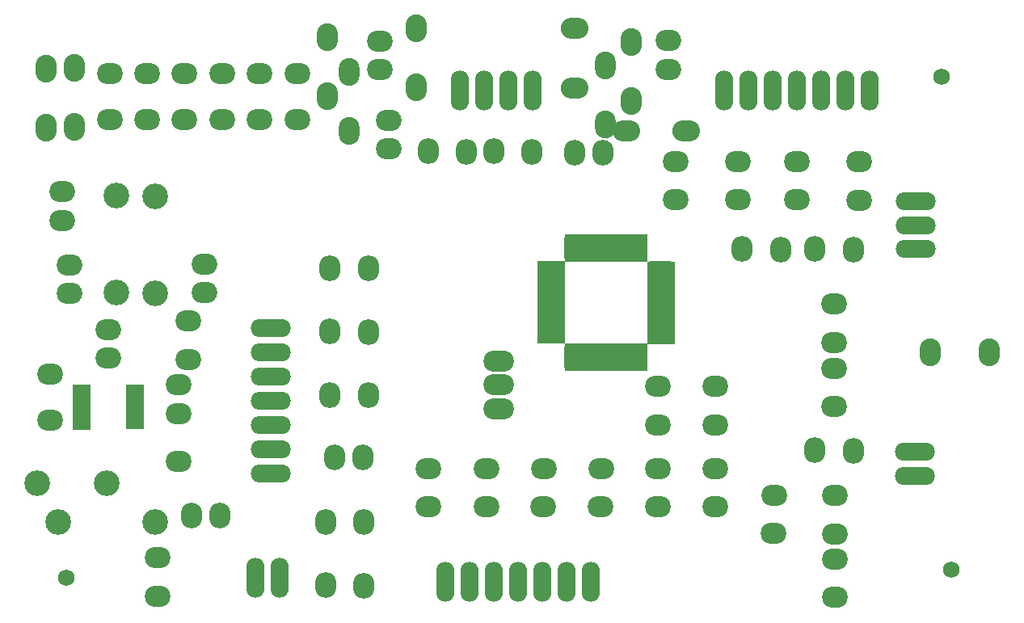
<source format=gbs>
G04 Layer_Color=16711935*
%FSLAX23Y23*%
%MOIN*%
G70*
G01*
G75*
%ADD42R,0.074X0.184*%
%ADD43R,0.074X0.185*%
%ADD44R,0.112X0.344*%
%ADD45R,0.344X0.112*%
%ADD46O,0.024X0.106*%
G04:AMPARAMS|DCode=47|XSize=24mil|YSize=106mil|CornerRadius=0mil|HoleSize=0mil|Usage=FLASHONLY|Rotation=0.000|XOffset=0mil|YOffset=0mil|HoleType=Round|Shape=Octagon|*
%AMOCTAGOND47*
4,1,8,-0.006,0.053,0.006,0.053,0.012,0.047,0.012,-0.047,0.006,-0.053,-0.006,-0.053,-0.012,-0.047,-0.012,0.047,-0.006,0.053,0.0*
%
%ADD47OCTAGOND47*%

%ADD48O,0.106X0.024*%
%ADD49R,0.073X0.034*%
%ADD50O,0.106X0.088*%
%ADD51O,0.106X0.088*%
%ADD52O,0.087X0.106*%
%ADD53O,0.087X0.114*%
%ADD54O,0.114X0.087*%
%ADD55O,0.087X0.114*%
%ADD56C,0.068*%
%ADD57O,0.088X0.106*%
%ADD58O,0.075X0.165*%
%ADD59O,0.165X0.075*%
%ADD60O,0.126X0.088*%
%ADD61C,0.106*%
%ADD62O,0.085X0.114*%
%ADD63O,0.106X0.087*%
%ADD64O,0.114X0.087*%
D42*
X495Y882D02*
D03*
D43*
X274Y882D02*
D03*
D44*
X2664Y1311D02*
D03*
X2211Y1314D02*
D03*
D45*
X2438Y1539D02*
D03*
X2438Y1087D02*
D03*
D46*
X2468Y1538D02*
D03*
X2563Y1089D02*
D03*
X2531D02*
D03*
X2500D02*
D03*
X2468D02*
D03*
X2437D02*
D03*
X2405D02*
D03*
X2374D02*
D03*
X2342D02*
D03*
X2311D02*
D03*
X2279D02*
D03*
Y1538D02*
D03*
X2311D02*
D03*
X2342D02*
D03*
X2374D02*
D03*
X2405D02*
D03*
X2437D02*
D03*
X2500D02*
D03*
X2531D02*
D03*
X2563D02*
D03*
X2594D02*
D03*
D47*
X2594Y1089D02*
D03*
D48*
X2213Y1156D02*
D03*
Y1187D02*
D03*
Y1219D02*
D03*
Y1250D02*
D03*
Y1282D02*
D03*
Y1313D02*
D03*
Y1345D02*
D03*
Y1376D02*
D03*
Y1408D02*
D03*
Y1439D02*
D03*
Y1471D02*
D03*
X2661D02*
D03*
Y1439D02*
D03*
Y1408D02*
D03*
Y1376D02*
D03*
Y1345D02*
D03*
Y1313D02*
D03*
Y1282D02*
D03*
Y1250D02*
D03*
Y1219D02*
D03*
Y1187D02*
D03*
Y1156D02*
D03*
D49*
X494Y807D02*
D03*
Y857D02*
D03*
Y907D02*
D03*
Y957D02*
D03*
X274D02*
D03*
Y907D02*
D03*
Y857D02*
D03*
Y807D02*
D03*
D50*
X674Y853D02*
D03*
D51*
X674Y974D02*
D03*
Y659D02*
D03*
X716Y1236D02*
D03*
X715Y1078D02*
D03*
X3482Y1893D02*
D03*
X3481Y1735D02*
D03*
X1704Y470D02*
D03*
X1705Y628D02*
D03*
X3131Y519D02*
D03*
X3130Y361D02*
D03*
X3226Y1894D02*
D03*
X3225Y1736D02*
D03*
X2982Y1894D02*
D03*
X2981Y1736D02*
D03*
X3381Y359D02*
D03*
X3382Y517D02*
D03*
X2726Y1894D02*
D03*
X2725Y1736D02*
D03*
X3379Y1306D02*
D03*
X3378Y1148D02*
D03*
X3379Y1042D02*
D03*
X3378Y885D02*
D03*
X2889Y470D02*
D03*
X2890Y628D02*
D03*
X2652Y470D02*
D03*
X2653Y628D02*
D03*
X2416Y470D02*
D03*
X2417Y628D02*
D03*
X2180Y470D02*
D03*
X2181Y628D02*
D03*
X1944Y470D02*
D03*
X1945Y628D02*
D03*
X391Y2259D02*
D03*
Y2069D02*
D03*
X546Y2259D02*
D03*
Y2069D02*
D03*
X700Y2259D02*
D03*
Y2069D02*
D03*
X855Y2259D02*
D03*
Y2069D02*
D03*
X1009Y2259D02*
D03*
Y2069D02*
D03*
X1164Y2259D02*
D03*
Y2069D02*
D03*
X3382Y254D02*
D03*
X3381Y96D02*
D03*
X2890Y966D02*
D03*
X2889Y808D02*
D03*
X2653Y966D02*
D03*
X2652Y808D02*
D03*
X144Y1018D02*
D03*
Y828D02*
D03*
X589Y102D02*
D03*
X590Y260D02*
D03*
D52*
X1436Y673D02*
D03*
X1318D02*
D03*
X2307Y1932D02*
D03*
X2426D02*
D03*
X727Y433D02*
D03*
X845D02*
D03*
D53*
X2542Y2389D02*
D03*
Y2145D02*
D03*
X1289Y2163D02*
D03*
Y2407D02*
D03*
X130Y2034D02*
D03*
Y2278D02*
D03*
X244Y2036D02*
D03*
Y2280D02*
D03*
X1656Y2201D02*
D03*
Y2444D02*
D03*
D54*
X2307Y2199D02*
D03*
Y2443D02*
D03*
D55*
X3774Y1107D02*
D03*
X4018D02*
D03*
D56*
X3823Y2244D02*
D03*
X3863Y211D02*
D03*
X212Y179D02*
D03*
D57*
X3158Y1532D02*
D03*
X3000Y1534D02*
D03*
X3457Y1532D02*
D03*
X3299Y1534D02*
D03*
X1299Y931D02*
D03*
X1457Y930D02*
D03*
X1299Y1193D02*
D03*
X1457Y1192D02*
D03*
X1299Y1454D02*
D03*
X1457Y1453D02*
D03*
X1282Y146D02*
D03*
X1440Y145D02*
D03*
X3458Y702D02*
D03*
X3300Y703D02*
D03*
X1282Y408D02*
D03*
X1440Y407D02*
D03*
X1705Y1936D02*
D03*
X1863Y1934D02*
D03*
X1974Y1936D02*
D03*
X2132Y1935D02*
D03*
D58*
X1775Y160D02*
D03*
X1875D02*
D03*
X1975D02*
D03*
X2075D02*
D03*
X2275D02*
D03*
X2375D02*
D03*
X2175D02*
D03*
X2134Y2188D02*
D03*
X2034D02*
D03*
X1934D02*
D03*
X1834D02*
D03*
X993Y178D02*
D03*
X1092D02*
D03*
X2926Y2189D02*
D03*
X3026D02*
D03*
X3126D02*
D03*
X3226D02*
D03*
X3426D02*
D03*
X3526D02*
D03*
X3326D02*
D03*
D59*
X3715Y1534D02*
D03*
Y1731D02*
D03*
Y1632D02*
D03*
X3713Y697D02*
D03*
Y599D02*
D03*
X1055Y1208D02*
D03*
Y1108D02*
D03*
Y1008D02*
D03*
Y908D02*
D03*
Y708D02*
D03*
Y608D02*
D03*
Y808D02*
D03*
D60*
X1996Y1071D02*
D03*
Y874D02*
D03*
Y973D02*
D03*
D61*
X577Y1752D02*
D03*
Y1352D02*
D03*
X379Y569D02*
D03*
X92D02*
D03*
X418Y1754D02*
D03*
Y1354D02*
D03*
X178Y409D02*
D03*
X578D02*
D03*
D62*
X2434Y2048D02*
D03*
Y2292D02*
D03*
X1379Y2263D02*
D03*
Y2020D02*
D03*
D63*
X2695Y2275D02*
D03*
Y2393D02*
D03*
X1505Y2273D02*
D03*
Y2391D02*
D03*
X1543Y1946D02*
D03*
Y2064D02*
D03*
X194Y1652D02*
D03*
Y1770D02*
D03*
X226Y1350D02*
D03*
Y1468D02*
D03*
X386Y1084D02*
D03*
Y1202D02*
D03*
X782Y1354D02*
D03*
Y1472D02*
D03*
D64*
X2767Y2020D02*
D03*
X2523D02*
D03*
M02*

</source>
